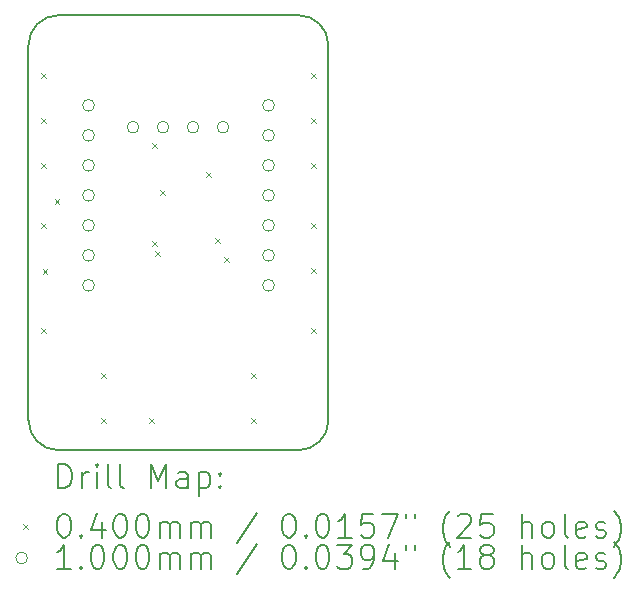
<source format=gbr>
%TF.GenerationSoftware,KiCad,Pcbnew,7.0.5*%
%TF.CreationDate,2023-12-03T19:55:01+09:00*%
%TF.ProjectId,Misawa_DistanceSensor,4d697361-7761-45f4-9469-7374616e6365,v1.0*%
%TF.SameCoordinates,Original*%
%TF.FileFunction,Drillmap*%
%TF.FilePolarity,Positive*%
%FSLAX45Y45*%
G04 Gerber Fmt 4.5, Leading zero omitted, Abs format (unit mm)*
G04 Created by KiCad (PCBNEW 7.0.5) date 2023-12-03 19:55:01*
%MOMM*%
%LPD*%
G01*
G04 APERTURE LIST*
%ADD10C,0.150000*%
%ADD11C,0.200000*%
%ADD12C,0.040000*%
%ADD13C,0.100000*%
G04 APERTURE END LIST*
D10*
X12686000Y-13300000D02*
G75*
G03*
X12940000Y-13046000I0J254000D01*
G01*
X10654000Y-9617000D02*
G75*
G03*
X10400000Y-9871000I0J-254000D01*
G01*
X10654000Y-13300000D02*
X12686000Y-13300000D01*
X10400000Y-13046000D02*
G75*
G03*
X10654000Y-13300000I254000J0D01*
G01*
X12940000Y-13046000D02*
X12939826Y-9871000D01*
X12939826Y-9871000D02*
G75*
G03*
X12686000Y-9617174I-253826J0D01*
G01*
X12686000Y-9617174D02*
X10654000Y-9617000D01*
X10400000Y-9871000D02*
X10400000Y-13046000D01*
D11*
D12*
X10507000Y-10105000D02*
X10547000Y-10145000D01*
X10547000Y-10105000D02*
X10507000Y-10145000D01*
X10507000Y-10486000D02*
X10547000Y-10526000D01*
X10547000Y-10486000D02*
X10507000Y-10526000D01*
X10507000Y-10867000D02*
X10547000Y-10907000D01*
X10547000Y-10867000D02*
X10507000Y-10907000D01*
X10507000Y-11375000D02*
X10547000Y-11415000D01*
X10547000Y-11375000D02*
X10507000Y-11415000D01*
X10507000Y-12264000D02*
X10547000Y-12304000D01*
X10547000Y-12264000D02*
X10507000Y-12304000D01*
X10519700Y-11768700D02*
X10559700Y-11808700D01*
X10559700Y-11768700D02*
X10519700Y-11808700D01*
X10621300Y-11171800D02*
X10661300Y-11211800D01*
X10661300Y-11171800D02*
X10621300Y-11211800D01*
X11015000Y-12645000D02*
X11055000Y-12685000D01*
X11055000Y-12645000D02*
X11015000Y-12685000D01*
X11015000Y-13026000D02*
X11055000Y-13066000D01*
X11055000Y-13026000D02*
X11015000Y-13066000D01*
X11421400Y-13025700D02*
X11461400Y-13065700D01*
X11461400Y-13025700D02*
X11421400Y-13065700D01*
X11446800Y-10701900D02*
X11486800Y-10741900D01*
X11486800Y-10701900D02*
X11446800Y-10741900D01*
X11446800Y-11527400D02*
X11486800Y-11567400D01*
X11486800Y-11527400D02*
X11446800Y-11567400D01*
X11472200Y-11616300D02*
X11512200Y-11656300D01*
X11512200Y-11616300D02*
X11472200Y-11656300D01*
X11514750Y-11095600D02*
X11554750Y-11135600D01*
X11554750Y-11095600D02*
X11514750Y-11135600D01*
X11904000Y-10943200D02*
X11944000Y-10983200D01*
X11944000Y-10943200D02*
X11904000Y-10983200D01*
X11980200Y-11502000D02*
X12020200Y-11542000D01*
X12020200Y-11502000D02*
X11980200Y-11542000D01*
X12056400Y-11667100D02*
X12096400Y-11707100D01*
X12096400Y-11667100D02*
X12056400Y-11707100D01*
X12285000Y-12645000D02*
X12325000Y-12685000D01*
X12325000Y-12645000D02*
X12285000Y-12685000D01*
X12285000Y-13026000D02*
X12325000Y-13066000D01*
X12325000Y-13026000D02*
X12285000Y-13066000D01*
X12793000Y-10105000D02*
X12833000Y-10145000D01*
X12833000Y-10105000D02*
X12793000Y-10145000D01*
X12793000Y-10486000D02*
X12833000Y-10526000D01*
X12833000Y-10486000D02*
X12793000Y-10526000D01*
X12793000Y-10867000D02*
X12833000Y-10907000D01*
X12833000Y-10867000D02*
X12793000Y-10907000D01*
X12793000Y-11375000D02*
X12833000Y-11415000D01*
X12833000Y-11375000D02*
X12793000Y-11415000D01*
X12793000Y-11756000D02*
X12833000Y-11796000D01*
X12833000Y-11756000D02*
X12793000Y-11796000D01*
X12793000Y-12264000D02*
X12833000Y-12304000D01*
X12833000Y-12264000D02*
X12793000Y-12304000D01*
D13*
X10958000Y-10379000D02*
G75*
G03*
X10958000Y-10379000I-50000J0D01*
G01*
X10958000Y-10633000D02*
G75*
G03*
X10958000Y-10633000I-50000J0D01*
G01*
X10958000Y-10887000D02*
G75*
G03*
X10958000Y-10887000I-50000J0D01*
G01*
X10958000Y-11141000D02*
G75*
G03*
X10958000Y-11141000I-50000J0D01*
G01*
X10958000Y-11395000D02*
G75*
G03*
X10958000Y-11395000I-50000J0D01*
G01*
X10958000Y-11649000D02*
G75*
G03*
X10958000Y-11649000I-50000J0D01*
G01*
X10958000Y-11903000D02*
G75*
G03*
X10958000Y-11903000I-50000J0D01*
G01*
X11335000Y-10565000D02*
G75*
G03*
X11335000Y-10565000I-50000J0D01*
G01*
X11589000Y-10565000D02*
G75*
G03*
X11589000Y-10565000I-50000J0D01*
G01*
X11843000Y-10565000D02*
G75*
G03*
X11843000Y-10565000I-50000J0D01*
G01*
X12097000Y-10565000D02*
G75*
G03*
X12097000Y-10565000I-50000J0D01*
G01*
X12482000Y-10379000D02*
G75*
G03*
X12482000Y-10379000I-50000J0D01*
G01*
X12482000Y-10633000D02*
G75*
G03*
X12482000Y-10633000I-50000J0D01*
G01*
X12482000Y-10887000D02*
G75*
G03*
X12482000Y-10887000I-50000J0D01*
G01*
X12482000Y-11141000D02*
G75*
G03*
X12482000Y-11141000I-50000J0D01*
G01*
X12482000Y-11395000D02*
G75*
G03*
X12482000Y-11395000I-50000J0D01*
G01*
X12482000Y-11649000D02*
G75*
G03*
X12482000Y-11649000I-50000J0D01*
G01*
X12482000Y-11903000D02*
G75*
G03*
X12482000Y-11903000I-50000J0D01*
G01*
D11*
X10653277Y-13618984D02*
X10653277Y-13418984D01*
X10653277Y-13418984D02*
X10700896Y-13418984D01*
X10700896Y-13418984D02*
X10729467Y-13428508D01*
X10729467Y-13428508D02*
X10748515Y-13447555D01*
X10748515Y-13447555D02*
X10758039Y-13466603D01*
X10758039Y-13466603D02*
X10767563Y-13504698D01*
X10767563Y-13504698D02*
X10767563Y-13533269D01*
X10767563Y-13533269D02*
X10758039Y-13571365D01*
X10758039Y-13571365D02*
X10748515Y-13590412D01*
X10748515Y-13590412D02*
X10729467Y-13609460D01*
X10729467Y-13609460D02*
X10700896Y-13618984D01*
X10700896Y-13618984D02*
X10653277Y-13618984D01*
X10853277Y-13618984D02*
X10853277Y-13485650D01*
X10853277Y-13523746D02*
X10862801Y-13504698D01*
X10862801Y-13504698D02*
X10872324Y-13495174D01*
X10872324Y-13495174D02*
X10891372Y-13485650D01*
X10891372Y-13485650D02*
X10910420Y-13485650D01*
X10977086Y-13618984D02*
X10977086Y-13485650D01*
X10977086Y-13418984D02*
X10967563Y-13428508D01*
X10967563Y-13428508D02*
X10977086Y-13438031D01*
X10977086Y-13438031D02*
X10986610Y-13428508D01*
X10986610Y-13428508D02*
X10977086Y-13418984D01*
X10977086Y-13418984D02*
X10977086Y-13438031D01*
X11100896Y-13618984D02*
X11081848Y-13609460D01*
X11081848Y-13609460D02*
X11072324Y-13590412D01*
X11072324Y-13590412D02*
X11072324Y-13418984D01*
X11205658Y-13618984D02*
X11186610Y-13609460D01*
X11186610Y-13609460D02*
X11177086Y-13590412D01*
X11177086Y-13590412D02*
X11177086Y-13418984D01*
X11434229Y-13618984D02*
X11434229Y-13418984D01*
X11434229Y-13418984D02*
X11500896Y-13561841D01*
X11500896Y-13561841D02*
X11567562Y-13418984D01*
X11567562Y-13418984D02*
X11567562Y-13618984D01*
X11748515Y-13618984D02*
X11748515Y-13514222D01*
X11748515Y-13514222D02*
X11738991Y-13495174D01*
X11738991Y-13495174D02*
X11719943Y-13485650D01*
X11719943Y-13485650D02*
X11681848Y-13485650D01*
X11681848Y-13485650D02*
X11662801Y-13495174D01*
X11748515Y-13609460D02*
X11729467Y-13618984D01*
X11729467Y-13618984D02*
X11681848Y-13618984D01*
X11681848Y-13618984D02*
X11662801Y-13609460D01*
X11662801Y-13609460D02*
X11653277Y-13590412D01*
X11653277Y-13590412D02*
X11653277Y-13571365D01*
X11653277Y-13571365D02*
X11662801Y-13552317D01*
X11662801Y-13552317D02*
X11681848Y-13542793D01*
X11681848Y-13542793D02*
X11729467Y-13542793D01*
X11729467Y-13542793D02*
X11748515Y-13533269D01*
X11843753Y-13485650D02*
X11843753Y-13685650D01*
X11843753Y-13495174D02*
X11862801Y-13485650D01*
X11862801Y-13485650D02*
X11900896Y-13485650D01*
X11900896Y-13485650D02*
X11919943Y-13495174D01*
X11919943Y-13495174D02*
X11929467Y-13504698D01*
X11929467Y-13504698D02*
X11938991Y-13523746D01*
X11938991Y-13523746D02*
X11938991Y-13580888D01*
X11938991Y-13580888D02*
X11929467Y-13599936D01*
X11929467Y-13599936D02*
X11919943Y-13609460D01*
X11919943Y-13609460D02*
X11900896Y-13618984D01*
X11900896Y-13618984D02*
X11862801Y-13618984D01*
X11862801Y-13618984D02*
X11843753Y-13609460D01*
X12024705Y-13599936D02*
X12034229Y-13609460D01*
X12034229Y-13609460D02*
X12024705Y-13618984D01*
X12024705Y-13618984D02*
X12015182Y-13609460D01*
X12015182Y-13609460D02*
X12024705Y-13599936D01*
X12024705Y-13599936D02*
X12024705Y-13618984D01*
X12024705Y-13495174D02*
X12034229Y-13504698D01*
X12034229Y-13504698D02*
X12024705Y-13514222D01*
X12024705Y-13514222D02*
X12015182Y-13504698D01*
X12015182Y-13504698D02*
X12024705Y-13495174D01*
X12024705Y-13495174D02*
X12024705Y-13514222D01*
D12*
X10352500Y-13927500D02*
X10392500Y-13967500D01*
X10392500Y-13927500D02*
X10352500Y-13967500D01*
D11*
X10691372Y-13838984D02*
X10710420Y-13838984D01*
X10710420Y-13838984D02*
X10729467Y-13848508D01*
X10729467Y-13848508D02*
X10738991Y-13858031D01*
X10738991Y-13858031D02*
X10748515Y-13877079D01*
X10748515Y-13877079D02*
X10758039Y-13915174D01*
X10758039Y-13915174D02*
X10758039Y-13962793D01*
X10758039Y-13962793D02*
X10748515Y-14000888D01*
X10748515Y-14000888D02*
X10738991Y-14019936D01*
X10738991Y-14019936D02*
X10729467Y-14029460D01*
X10729467Y-14029460D02*
X10710420Y-14038984D01*
X10710420Y-14038984D02*
X10691372Y-14038984D01*
X10691372Y-14038984D02*
X10672324Y-14029460D01*
X10672324Y-14029460D02*
X10662801Y-14019936D01*
X10662801Y-14019936D02*
X10653277Y-14000888D01*
X10653277Y-14000888D02*
X10643753Y-13962793D01*
X10643753Y-13962793D02*
X10643753Y-13915174D01*
X10643753Y-13915174D02*
X10653277Y-13877079D01*
X10653277Y-13877079D02*
X10662801Y-13858031D01*
X10662801Y-13858031D02*
X10672324Y-13848508D01*
X10672324Y-13848508D02*
X10691372Y-13838984D01*
X10843753Y-14019936D02*
X10853277Y-14029460D01*
X10853277Y-14029460D02*
X10843753Y-14038984D01*
X10843753Y-14038984D02*
X10834229Y-14029460D01*
X10834229Y-14029460D02*
X10843753Y-14019936D01*
X10843753Y-14019936D02*
X10843753Y-14038984D01*
X11024705Y-13905650D02*
X11024705Y-14038984D01*
X10977086Y-13829460D02*
X10929467Y-13972317D01*
X10929467Y-13972317D02*
X11053277Y-13972317D01*
X11167563Y-13838984D02*
X11186610Y-13838984D01*
X11186610Y-13838984D02*
X11205658Y-13848508D01*
X11205658Y-13848508D02*
X11215182Y-13858031D01*
X11215182Y-13858031D02*
X11224705Y-13877079D01*
X11224705Y-13877079D02*
X11234229Y-13915174D01*
X11234229Y-13915174D02*
X11234229Y-13962793D01*
X11234229Y-13962793D02*
X11224705Y-14000888D01*
X11224705Y-14000888D02*
X11215182Y-14019936D01*
X11215182Y-14019936D02*
X11205658Y-14029460D01*
X11205658Y-14029460D02*
X11186610Y-14038984D01*
X11186610Y-14038984D02*
X11167563Y-14038984D01*
X11167563Y-14038984D02*
X11148515Y-14029460D01*
X11148515Y-14029460D02*
X11138991Y-14019936D01*
X11138991Y-14019936D02*
X11129467Y-14000888D01*
X11129467Y-14000888D02*
X11119944Y-13962793D01*
X11119944Y-13962793D02*
X11119944Y-13915174D01*
X11119944Y-13915174D02*
X11129467Y-13877079D01*
X11129467Y-13877079D02*
X11138991Y-13858031D01*
X11138991Y-13858031D02*
X11148515Y-13848508D01*
X11148515Y-13848508D02*
X11167563Y-13838984D01*
X11358039Y-13838984D02*
X11377086Y-13838984D01*
X11377086Y-13838984D02*
X11396134Y-13848508D01*
X11396134Y-13848508D02*
X11405658Y-13858031D01*
X11405658Y-13858031D02*
X11415182Y-13877079D01*
X11415182Y-13877079D02*
X11424705Y-13915174D01*
X11424705Y-13915174D02*
X11424705Y-13962793D01*
X11424705Y-13962793D02*
X11415182Y-14000888D01*
X11415182Y-14000888D02*
X11405658Y-14019936D01*
X11405658Y-14019936D02*
X11396134Y-14029460D01*
X11396134Y-14029460D02*
X11377086Y-14038984D01*
X11377086Y-14038984D02*
X11358039Y-14038984D01*
X11358039Y-14038984D02*
X11338991Y-14029460D01*
X11338991Y-14029460D02*
X11329467Y-14019936D01*
X11329467Y-14019936D02*
X11319943Y-14000888D01*
X11319943Y-14000888D02*
X11310420Y-13962793D01*
X11310420Y-13962793D02*
X11310420Y-13915174D01*
X11310420Y-13915174D02*
X11319943Y-13877079D01*
X11319943Y-13877079D02*
X11329467Y-13858031D01*
X11329467Y-13858031D02*
X11338991Y-13848508D01*
X11338991Y-13848508D02*
X11358039Y-13838984D01*
X11510420Y-14038984D02*
X11510420Y-13905650D01*
X11510420Y-13924698D02*
X11519943Y-13915174D01*
X11519943Y-13915174D02*
X11538991Y-13905650D01*
X11538991Y-13905650D02*
X11567563Y-13905650D01*
X11567563Y-13905650D02*
X11586610Y-13915174D01*
X11586610Y-13915174D02*
X11596134Y-13934222D01*
X11596134Y-13934222D02*
X11596134Y-14038984D01*
X11596134Y-13934222D02*
X11605658Y-13915174D01*
X11605658Y-13915174D02*
X11624705Y-13905650D01*
X11624705Y-13905650D02*
X11653277Y-13905650D01*
X11653277Y-13905650D02*
X11672324Y-13915174D01*
X11672324Y-13915174D02*
X11681848Y-13934222D01*
X11681848Y-13934222D02*
X11681848Y-14038984D01*
X11777086Y-14038984D02*
X11777086Y-13905650D01*
X11777086Y-13924698D02*
X11786610Y-13915174D01*
X11786610Y-13915174D02*
X11805658Y-13905650D01*
X11805658Y-13905650D02*
X11834229Y-13905650D01*
X11834229Y-13905650D02*
X11853277Y-13915174D01*
X11853277Y-13915174D02*
X11862801Y-13934222D01*
X11862801Y-13934222D02*
X11862801Y-14038984D01*
X11862801Y-13934222D02*
X11872324Y-13915174D01*
X11872324Y-13915174D02*
X11891372Y-13905650D01*
X11891372Y-13905650D02*
X11919943Y-13905650D01*
X11919943Y-13905650D02*
X11938991Y-13915174D01*
X11938991Y-13915174D02*
X11948515Y-13934222D01*
X11948515Y-13934222D02*
X11948515Y-14038984D01*
X12338991Y-13829460D02*
X12167563Y-14086603D01*
X12596134Y-13838984D02*
X12615182Y-13838984D01*
X12615182Y-13838984D02*
X12634229Y-13848508D01*
X12634229Y-13848508D02*
X12643753Y-13858031D01*
X12643753Y-13858031D02*
X12653277Y-13877079D01*
X12653277Y-13877079D02*
X12662801Y-13915174D01*
X12662801Y-13915174D02*
X12662801Y-13962793D01*
X12662801Y-13962793D02*
X12653277Y-14000888D01*
X12653277Y-14000888D02*
X12643753Y-14019936D01*
X12643753Y-14019936D02*
X12634229Y-14029460D01*
X12634229Y-14029460D02*
X12615182Y-14038984D01*
X12615182Y-14038984D02*
X12596134Y-14038984D01*
X12596134Y-14038984D02*
X12577086Y-14029460D01*
X12577086Y-14029460D02*
X12567563Y-14019936D01*
X12567563Y-14019936D02*
X12558039Y-14000888D01*
X12558039Y-14000888D02*
X12548515Y-13962793D01*
X12548515Y-13962793D02*
X12548515Y-13915174D01*
X12548515Y-13915174D02*
X12558039Y-13877079D01*
X12558039Y-13877079D02*
X12567563Y-13858031D01*
X12567563Y-13858031D02*
X12577086Y-13848508D01*
X12577086Y-13848508D02*
X12596134Y-13838984D01*
X12748515Y-14019936D02*
X12758039Y-14029460D01*
X12758039Y-14029460D02*
X12748515Y-14038984D01*
X12748515Y-14038984D02*
X12738991Y-14029460D01*
X12738991Y-14029460D02*
X12748515Y-14019936D01*
X12748515Y-14019936D02*
X12748515Y-14038984D01*
X12881848Y-13838984D02*
X12900896Y-13838984D01*
X12900896Y-13838984D02*
X12919944Y-13848508D01*
X12919944Y-13848508D02*
X12929467Y-13858031D01*
X12929467Y-13858031D02*
X12938991Y-13877079D01*
X12938991Y-13877079D02*
X12948515Y-13915174D01*
X12948515Y-13915174D02*
X12948515Y-13962793D01*
X12948515Y-13962793D02*
X12938991Y-14000888D01*
X12938991Y-14000888D02*
X12929467Y-14019936D01*
X12929467Y-14019936D02*
X12919944Y-14029460D01*
X12919944Y-14029460D02*
X12900896Y-14038984D01*
X12900896Y-14038984D02*
X12881848Y-14038984D01*
X12881848Y-14038984D02*
X12862801Y-14029460D01*
X12862801Y-14029460D02*
X12853277Y-14019936D01*
X12853277Y-14019936D02*
X12843753Y-14000888D01*
X12843753Y-14000888D02*
X12834229Y-13962793D01*
X12834229Y-13962793D02*
X12834229Y-13915174D01*
X12834229Y-13915174D02*
X12843753Y-13877079D01*
X12843753Y-13877079D02*
X12853277Y-13858031D01*
X12853277Y-13858031D02*
X12862801Y-13848508D01*
X12862801Y-13848508D02*
X12881848Y-13838984D01*
X13138991Y-14038984D02*
X13024706Y-14038984D01*
X13081848Y-14038984D02*
X13081848Y-13838984D01*
X13081848Y-13838984D02*
X13062801Y-13867555D01*
X13062801Y-13867555D02*
X13043753Y-13886603D01*
X13043753Y-13886603D02*
X13024706Y-13896127D01*
X13319944Y-13838984D02*
X13224706Y-13838984D01*
X13224706Y-13838984D02*
X13215182Y-13934222D01*
X13215182Y-13934222D02*
X13224706Y-13924698D01*
X13224706Y-13924698D02*
X13243753Y-13915174D01*
X13243753Y-13915174D02*
X13291372Y-13915174D01*
X13291372Y-13915174D02*
X13310420Y-13924698D01*
X13310420Y-13924698D02*
X13319944Y-13934222D01*
X13319944Y-13934222D02*
X13329467Y-13953269D01*
X13329467Y-13953269D02*
X13329467Y-14000888D01*
X13329467Y-14000888D02*
X13319944Y-14019936D01*
X13319944Y-14019936D02*
X13310420Y-14029460D01*
X13310420Y-14029460D02*
X13291372Y-14038984D01*
X13291372Y-14038984D02*
X13243753Y-14038984D01*
X13243753Y-14038984D02*
X13224706Y-14029460D01*
X13224706Y-14029460D02*
X13215182Y-14019936D01*
X13396134Y-13838984D02*
X13529467Y-13838984D01*
X13529467Y-13838984D02*
X13443753Y-14038984D01*
X13596134Y-13838984D02*
X13596134Y-13877079D01*
X13672325Y-13838984D02*
X13672325Y-13877079D01*
X13967563Y-14115174D02*
X13958039Y-14105650D01*
X13958039Y-14105650D02*
X13938991Y-14077079D01*
X13938991Y-14077079D02*
X13929468Y-14058031D01*
X13929468Y-14058031D02*
X13919944Y-14029460D01*
X13919944Y-14029460D02*
X13910420Y-13981841D01*
X13910420Y-13981841D02*
X13910420Y-13943746D01*
X13910420Y-13943746D02*
X13919944Y-13896127D01*
X13919944Y-13896127D02*
X13929468Y-13867555D01*
X13929468Y-13867555D02*
X13938991Y-13848508D01*
X13938991Y-13848508D02*
X13958039Y-13819936D01*
X13958039Y-13819936D02*
X13967563Y-13810412D01*
X14034229Y-13858031D02*
X14043753Y-13848508D01*
X14043753Y-13848508D02*
X14062801Y-13838984D01*
X14062801Y-13838984D02*
X14110420Y-13838984D01*
X14110420Y-13838984D02*
X14129468Y-13848508D01*
X14129468Y-13848508D02*
X14138991Y-13858031D01*
X14138991Y-13858031D02*
X14148515Y-13877079D01*
X14148515Y-13877079D02*
X14148515Y-13896127D01*
X14148515Y-13896127D02*
X14138991Y-13924698D01*
X14138991Y-13924698D02*
X14024706Y-14038984D01*
X14024706Y-14038984D02*
X14148515Y-14038984D01*
X14329468Y-13838984D02*
X14234229Y-13838984D01*
X14234229Y-13838984D02*
X14224706Y-13934222D01*
X14224706Y-13934222D02*
X14234229Y-13924698D01*
X14234229Y-13924698D02*
X14253277Y-13915174D01*
X14253277Y-13915174D02*
X14300896Y-13915174D01*
X14300896Y-13915174D02*
X14319944Y-13924698D01*
X14319944Y-13924698D02*
X14329468Y-13934222D01*
X14329468Y-13934222D02*
X14338991Y-13953269D01*
X14338991Y-13953269D02*
X14338991Y-14000888D01*
X14338991Y-14000888D02*
X14329468Y-14019936D01*
X14329468Y-14019936D02*
X14319944Y-14029460D01*
X14319944Y-14029460D02*
X14300896Y-14038984D01*
X14300896Y-14038984D02*
X14253277Y-14038984D01*
X14253277Y-14038984D02*
X14234229Y-14029460D01*
X14234229Y-14029460D02*
X14224706Y-14019936D01*
X14577087Y-14038984D02*
X14577087Y-13838984D01*
X14662801Y-14038984D02*
X14662801Y-13934222D01*
X14662801Y-13934222D02*
X14653277Y-13915174D01*
X14653277Y-13915174D02*
X14634230Y-13905650D01*
X14634230Y-13905650D02*
X14605658Y-13905650D01*
X14605658Y-13905650D02*
X14586610Y-13915174D01*
X14586610Y-13915174D02*
X14577087Y-13924698D01*
X14786610Y-14038984D02*
X14767563Y-14029460D01*
X14767563Y-14029460D02*
X14758039Y-14019936D01*
X14758039Y-14019936D02*
X14748515Y-14000888D01*
X14748515Y-14000888D02*
X14748515Y-13943746D01*
X14748515Y-13943746D02*
X14758039Y-13924698D01*
X14758039Y-13924698D02*
X14767563Y-13915174D01*
X14767563Y-13915174D02*
X14786610Y-13905650D01*
X14786610Y-13905650D02*
X14815182Y-13905650D01*
X14815182Y-13905650D02*
X14834230Y-13915174D01*
X14834230Y-13915174D02*
X14843753Y-13924698D01*
X14843753Y-13924698D02*
X14853277Y-13943746D01*
X14853277Y-13943746D02*
X14853277Y-14000888D01*
X14853277Y-14000888D02*
X14843753Y-14019936D01*
X14843753Y-14019936D02*
X14834230Y-14029460D01*
X14834230Y-14029460D02*
X14815182Y-14038984D01*
X14815182Y-14038984D02*
X14786610Y-14038984D01*
X14967563Y-14038984D02*
X14948515Y-14029460D01*
X14948515Y-14029460D02*
X14938991Y-14010412D01*
X14938991Y-14010412D02*
X14938991Y-13838984D01*
X15119944Y-14029460D02*
X15100896Y-14038984D01*
X15100896Y-14038984D02*
X15062801Y-14038984D01*
X15062801Y-14038984D02*
X15043753Y-14029460D01*
X15043753Y-14029460D02*
X15034230Y-14010412D01*
X15034230Y-14010412D02*
X15034230Y-13934222D01*
X15034230Y-13934222D02*
X15043753Y-13915174D01*
X15043753Y-13915174D02*
X15062801Y-13905650D01*
X15062801Y-13905650D02*
X15100896Y-13905650D01*
X15100896Y-13905650D02*
X15119944Y-13915174D01*
X15119944Y-13915174D02*
X15129468Y-13934222D01*
X15129468Y-13934222D02*
X15129468Y-13953269D01*
X15129468Y-13953269D02*
X15034230Y-13972317D01*
X15205658Y-14029460D02*
X15224706Y-14038984D01*
X15224706Y-14038984D02*
X15262801Y-14038984D01*
X15262801Y-14038984D02*
X15281849Y-14029460D01*
X15281849Y-14029460D02*
X15291372Y-14010412D01*
X15291372Y-14010412D02*
X15291372Y-14000888D01*
X15291372Y-14000888D02*
X15281849Y-13981841D01*
X15281849Y-13981841D02*
X15262801Y-13972317D01*
X15262801Y-13972317D02*
X15234230Y-13972317D01*
X15234230Y-13972317D02*
X15215182Y-13962793D01*
X15215182Y-13962793D02*
X15205658Y-13943746D01*
X15205658Y-13943746D02*
X15205658Y-13934222D01*
X15205658Y-13934222D02*
X15215182Y-13915174D01*
X15215182Y-13915174D02*
X15234230Y-13905650D01*
X15234230Y-13905650D02*
X15262801Y-13905650D01*
X15262801Y-13905650D02*
X15281849Y-13915174D01*
X15358039Y-14115174D02*
X15367563Y-14105650D01*
X15367563Y-14105650D02*
X15386611Y-14077079D01*
X15386611Y-14077079D02*
X15396134Y-14058031D01*
X15396134Y-14058031D02*
X15405658Y-14029460D01*
X15405658Y-14029460D02*
X15415182Y-13981841D01*
X15415182Y-13981841D02*
X15415182Y-13943746D01*
X15415182Y-13943746D02*
X15405658Y-13896127D01*
X15405658Y-13896127D02*
X15396134Y-13867555D01*
X15396134Y-13867555D02*
X15386611Y-13848508D01*
X15386611Y-13848508D02*
X15367563Y-13819936D01*
X15367563Y-13819936D02*
X15358039Y-13810412D01*
D13*
X10392500Y-14211500D02*
G75*
G03*
X10392500Y-14211500I-50000J0D01*
G01*
D11*
X10758039Y-14302984D02*
X10643753Y-14302984D01*
X10700896Y-14302984D02*
X10700896Y-14102984D01*
X10700896Y-14102984D02*
X10681848Y-14131555D01*
X10681848Y-14131555D02*
X10662801Y-14150603D01*
X10662801Y-14150603D02*
X10643753Y-14160127D01*
X10843753Y-14283936D02*
X10853277Y-14293460D01*
X10853277Y-14293460D02*
X10843753Y-14302984D01*
X10843753Y-14302984D02*
X10834229Y-14293460D01*
X10834229Y-14293460D02*
X10843753Y-14283936D01*
X10843753Y-14283936D02*
X10843753Y-14302984D01*
X10977086Y-14102984D02*
X10996134Y-14102984D01*
X10996134Y-14102984D02*
X11015182Y-14112508D01*
X11015182Y-14112508D02*
X11024705Y-14122031D01*
X11024705Y-14122031D02*
X11034229Y-14141079D01*
X11034229Y-14141079D02*
X11043753Y-14179174D01*
X11043753Y-14179174D02*
X11043753Y-14226793D01*
X11043753Y-14226793D02*
X11034229Y-14264888D01*
X11034229Y-14264888D02*
X11024705Y-14283936D01*
X11024705Y-14283936D02*
X11015182Y-14293460D01*
X11015182Y-14293460D02*
X10996134Y-14302984D01*
X10996134Y-14302984D02*
X10977086Y-14302984D01*
X10977086Y-14302984D02*
X10958039Y-14293460D01*
X10958039Y-14293460D02*
X10948515Y-14283936D01*
X10948515Y-14283936D02*
X10938991Y-14264888D01*
X10938991Y-14264888D02*
X10929467Y-14226793D01*
X10929467Y-14226793D02*
X10929467Y-14179174D01*
X10929467Y-14179174D02*
X10938991Y-14141079D01*
X10938991Y-14141079D02*
X10948515Y-14122031D01*
X10948515Y-14122031D02*
X10958039Y-14112508D01*
X10958039Y-14112508D02*
X10977086Y-14102984D01*
X11167563Y-14102984D02*
X11186610Y-14102984D01*
X11186610Y-14102984D02*
X11205658Y-14112508D01*
X11205658Y-14112508D02*
X11215182Y-14122031D01*
X11215182Y-14122031D02*
X11224705Y-14141079D01*
X11224705Y-14141079D02*
X11234229Y-14179174D01*
X11234229Y-14179174D02*
X11234229Y-14226793D01*
X11234229Y-14226793D02*
X11224705Y-14264888D01*
X11224705Y-14264888D02*
X11215182Y-14283936D01*
X11215182Y-14283936D02*
X11205658Y-14293460D01*
X11205658Y-14293460D02*
X11186610Y-14302984D01*
X11186610Y-14302984D02*
X11167563Y-14302984D01*
X11167563Y-14302984D02*
X11148515Y-14293460D01*
X11148515Y-14293460D02*
X11138991Y-14283936D01*
X11138991Y-14283936D02*
X11129467Y-14264888D01*
X11129467Y-14264888D02*
X11119944Y-14226793D01*
X11119944Y-14226793D02*
X11119944Y-14179174D01*
X11119944Y-14179174D02*
X11129467Y-14141079D01*
X11129467Y-14141079D02*
X11138991Y-14122031D01*
X11138991Y-14122031D02*
X11148515Y-14112508D01*
X11148515Y-14112508D02*
X11167563Y-14102984D01*
X11358039Y-14102984D02*
X11377086Y-14102984D01*
X11377086Y-14102984D02*
X11396134Y-14112508D01*
X11396134Y-14112508D02*
X11405658Y-14122031D01*
X11405658Y-14122031D02*
X11415182Y-14141079D01*
X11415182Y-14141079D02*
X11424705Y-14179174D01*
X11424705Y-14179174D02*
X11424705Y-14226793D01*
X11424705Y-14226793D02*
X11415182Y-14264888D01*
X11415182Y-14264888D02*
X11405658Y-14283936D01*
X11405658Y-14283936D02*
X11396134Y-14293460D01*
X11396134Y-14293460D02*
X11377086Y-14302984D01*
X11377086Y-14302984D02*
X11358039Y-14302984D01*
X11358039Y-14302984D02*
X11338991Y-14293460D01*
X11338991Y-14293460D02*
X11329467Y-14283936D01*
X11329467Y-14283936D02*
X11319943Y-14264888D01*
X11319943Y-14264888D02*
X11310420Y-14226793D01*
X11310420Y-14226793D02*
X11310420Y-14179174D01*
X11310420Y-14179174D02*
X11319943Y-14141079D01*
X11319943Y-14141079D02*
X11329467Y-14122031D01*
X11329467Y-14122031D02*
X11338991Y-14112508D01*
X11338991Y-14112508D02*
X11358039Y-14102984D01*
X11510420Y-14302984D02*
X11510420Y-14169650D01*
X11510420Y-14188698D02*
X11519943Y-14179174D01*
X11519943Y-14179174D02*
X11538991Y-14169650D01*
X11538991Y-14169650D02*
X11567563Y-14169650D01*
X11567563Y-14169650D02*
X11586610Y-14179174D01*
X11586610Y-14179174D02*
X11596134Y-14198222D01*
X11596134Y-14198222D02*
X11596134Y-14302984D01*
X11596134Y-14198222D02*
X11605658Y-14179174D01*
X11605658Y-14179174D02*
X11624705Y-14169650D01*
X11624705Y-14169650D02*
X11653277Y-14169650D01*
X11653277Y-14169650D02*
X11672324Y-14179174D01*
X11672324Y-14179174D02*
X11681848Y-14198222D01*
X11681848Y-14198222D02*
X11681848Y-14302984D01*
X11777086Y-14302984D02*
X11777086Y-14169650D01*
X11777086Y-14188698D02*
X11786610Y-14179174D01*
X11786610Y-14179174D02*
X11805658Y-14169650D01*
X11805658Y-14169650D02*
X11834229Y-14169650D01*
X11834229Y-14169650D02*
X11853277Y-14179174D01*
X11853277Y-14179174D02*
X11862801Y-14198222D01*
X11862801Y-14198222D02*
X11862801Y-14302984D01*
X11862801Y-14198222D02*
X11872324Y-14179174D01*
X11872324Y-14179174D02*
X11891372Y-14169650D01*
X11891372Y-14169650D02*
X11919943Y-14169650D01*
X11919943Y-14169650D02*
X11938991Y-14179174D01*
X11938991Y-14179174D02*
X11948515Y-14198222D01*
X11948515Y-14198222D02*
X11948515Y-14302984D01*
X12338991Y-14093460D02*
X12167563Y-14350603D01*
X12596134Y-14102984D02*
X12615182Y-14102984D01*
X12615182Y-14102984D02*
X12634229Y-14112508D01*
X12634229Y-14112508D02*
X12643753Y-14122031D01*
X12643753Y-14122031D02*
X12653277Y-14141079D01*
X12653277Y-14141079D02*
X12662801Y-14179174D01*
X12662801Y-14179174D02*
X12662801Y-14226793D01*
X12662801Y-14226793D02*
X12653277Y-14264888D01*
X12653277Y-14264888D02*
X12643753Y-14283936D01*
X12643753Y-14283936D02*
X12634229Y-14293460D01*
X12634229Y-14293460D02*
X12615182Y-14302984D01*
X12615182Y-14302984D02*
X12596134Y-14302984D01*
X12596134Y-14302984D02*
X12577086Y-14293460D01*
X12577086Y-14293460D02*
X12567563Y-14283936D01*
X12567563Y-14283936D02*
X12558039Y-14264888D01*
X12558039Y-14264888D02*
X12548515Y-14226793D01*
X12548515Y-14226793D02*
X12548515Y-14179174D01*
X12548515Y-14179174D02*
X12558039Y-14141079D01*
X12558039Y-14141079D02*
X12567563Y-14122031D01*
X12567563Y-14122031D02*
X12577086Y-14112508D01*
X12577086Y-14112508D02*
X12596134Y-14102984D01*
X12748515Y-14283936D02*
X12758039Y-14293460D01*
X12758039Y-14293460D02*
X12748515Y-14302984D01*
X12748515Y-14302984D02*
X12738991Y-14293460D01*
X12738991Y-14293460D02*
X12748515Y-14283936D01*
X12748515Y-14283936D02*
X12748515Y-14302984D01*
X12881848Y-14102984D02*
X12900896Y-14102984D01*
X12900896Y-14102984D02*
X12919944Y-14112508D01*
X12919944Y-14112508D02*
X12929467Y-14122031D01*
X12929467Y-14122031D02*
X12938991Y-14141079D01*
X12938991Y-14141079D02*
X12948515Y-14179174D01*
X12948515Y-14179174D02*
X12948515Y-14226793D01*
X12948515Y-14226793D02*
X12938991Y-14264888D01*
X12938991Y-14264888D02*
X12929467Y-14283936D01*
X12929467Y-14283936D02*
X12919944Y-14293460D01*
X12919944Y-14293460D02*
X12900896Y-14302984D01*
X12900896Y-14302984D02*
X12881848Y-14302984D01*
X12881848Y-14302984D02*
X12862801Y-14293460D01*
X12862801Y-14293460D02*
X12853277Y-14283936D01*
X12853277Y-14283936D02*
X12843753Y-14264888D01*
X12843753Y-14264888D02*
X12834229Y-14226793D01*
X12834229Y-14226793D02*
X12834229Y-14179174D01*
X12834229Y-14179174D02*
X12843753Y-14141079D01*
X12843753Y-14141079D02*
X12853277Y-14122031D01*
X12853277Y-14122031D02*
X12862801Y-14112508D01*
X12862801Y-14112508D02*
X12881848Y-14102984D01*
X13015182Y-14102984D02*
X13138991Y-14102984D01*
X13138991Y-14102984D02*
X13072325Y-14179174D01*
X13072325Y-14179174D02*
X13100896Y-14179174D01*
X13100896Y-14179174D02*
X13119944Y-14188698D01*
X13119944Y-14188698D02*
X13129467Y-14198222D01*
X13129467Y-14198222D02*
X13138991Y-14217269D01*
X13138991Y-14217269D02*
X13138991Y-14264888D01*
X13138991Y-14264888D02*
X13129467Y-14283936D01*
X13129467Y-14283936D02*
X13119944Y-14293460D01*
X13119944Y-14293460D02*
X13100896Y-14302984D01*
X13100896Y-14302984D02*
X13043753Y-14302984D01*
X13043753Y-14302984D02*
X13024706Y-14293460D01*
X13024706Y-14293460D02*
X13015182Y-14283936D01*
X13234229Y-14302984D02*
X13272325Y-14302984D01*
X13272325Y-14302984D02*
X13291372Y-14293460D01*
X13291372Y-14293460D02*
X13300896Y-14283936D01*
X13300896Y-14283936D02*
X13319944Y-14255365D01*
X13319944Y-14255365D02*
X13329467Y-14217269D01*
X13329467Y-14217269D02*
X13329467Y-14141079D01*
X13329467Y-14141079D02*
X13319944Y-14122031D01*
X13319944Y-14122031D02*
X13310420Y-14112508D01*
X13310420Y-14112508D02*
X13291372Y-14102984D01*
X13291372Y-14102984D02*
X13253277Y-14102984D01*
X13253277Y-14102984D02*
X13234229Y-14112508D01*
X13234229Y-14112508D02*
X13224706Y-14122031D01*
X13224706Y-14122031D02*
X13215182Y-14141079D01*
X13215182Y-14141079D02*
X13215182Y-14188698D01*
X13215182Y-14188698D02*
X13224706Y-14207746D01*
X13224706Y-14207746D02*
X13234229Y-14217269D01*
X13234229Y-14217269D02*
X13253277Y-14226793D01*
X13253277Y-14226793D02*
X13291372Y-14226793D01*
X13291372Y-14226793D02*
X13310420Y-14217269D01*
X13310420Y-14217269D02*
X13319944Y-14207746D01*
X13319944Y-14207746D02*
X13329467Y-14188698D01*
X13500896Y-14169650D02*
X13500896Y-14302984D01*
X13453277Y-14093460D02*
X13405658Y-14236317D01*
X13405658Y-14236317D02*
X13529467Y-14236317D01*
X13596134Y-14102984D02*
X13596134Y-14141079D01*
X13672325Y-14102984D02*
X13672325Y-14141079D01*
X13967563Y-14379174D02*
X13958039Y-14369650D01*
X13958039Y-14369650D02*
X13938991Y-14341079D01*
X13938991Y-14341079D02*
X13929468Y-14322031D01*
X13929468Y-14322031D02*
X13919944Y-14293460D01*
X13919944Y-14293460D02*
X13910420Y-14245841D01*
X13910420Y-14245841D02*
X13910420Y-14207746D01*
X13910420Y-14207746D02*
X13919944Y-14160127D01*
X13919944Y-14160127D02*
X13929468Y-14131555D01*
X13929468Y-14131555D02*
X13938991Y-14112508D01*
X13938991Y-14112508D02*
X13958039Y-14083936D01*
X13958039Y-14083936D02*
X13967563Y-14074412D01*
X14148515Y-14302984D02*
X14034229Y-14302984D01*
X14091372Y-14302984D02*
X14091372Y-14102984D01*
X14091372Y-14102984D02*
X14072325Y-14131555D01*
X14072325Y-14131555D02*
X14053277Y-14150603D01*
X14053277Y-14150603D02*
X14034229Y-14160127D01*
X14262801Y-14188698D02*
X14243753Y-14179174D01*
X14243753Y-14179174D02*
X14234229Y-14169650D01*
X14234229Y-14169650D02*
X14224706Y-14150603D01*
X14224706Y-14150603D02*
X14224706Y-14141079D01*
X14224706Y-14141079D02*
X14234229Y-14122031D01*
X14234229Y-14122031D02*
X14243753Y-14112508D01*
X14243753Y-14112508D02*
X14262801Y-14102984D01*
X14262801Y-14102984D02*
X14300896Y-14102984D01*
X14300896Y-14102984D02*
X14319944Y-14112508D01*
X14319944Y-14112508D02*
X14329468Y-14122031D01*
X14329468Y-14122031D02*
X14338991Y-14141079D01*
X14338991Y-14141079D02*
X14338991Y-14150603D01*
X14338991Y-14150603D02*
X14329468Y-14169650D01*
X14329468Y-14169650D02*
X14319944Y-14179174D01*
X14319944Y-14179174D02*
X14300896Y-14188698D01*
X14300896Y-14188698D02*
X14262801Y-14188698D01*
X14262801Y-14188698D02*
X14243753Y-14198222D01*
X14243753Y-14198222D02*
X14234229Y-14207746D01*
X14234229Y-14207746D02*
X14224706Y-14226793D01*
X14224706Y-14226793D02*
X14224706Y-14264888D01*
X14224706Y-14264888D02*
X14234229Y-14283936D01*
X14234229Y-14283936D02*
X14243753Y-14293460D01*
X14243753Y-14293460D02*
X14262801Y-14302984D01*
X14262801Y-14302984D02*
X14300896Y-14302984D01*
X14300896Y-14302984D02*
X14319944Y-14293460D01*
X14319944Y-14293460D02*
X14329468Y-14283936D01*
X14329468Y-14283936D02*
X14338991Y-14264888D01*
X14338991Y-14264888D02*
X14338991Y-14226793D01*
X14338991Y-14226793D02*
X14329468Y-14207746D01*
X14329468Y-14207746D02*
X14319944Y-14198222D01*
X14319944Y-14198222D02*
X14300896Y-14188698D01*
X14577087Y-14302984D02*
X14577087Y-14102984D01*
X14662801Y-14302984D02*
X14662801Y-14198222D01*
X14662801Y-14198222D02*
X14653277Y-14179174D01*
X14653277Y-14179174D02*
X14634230Y-14169650D01*
X14634230Y-14169650D02*
X14605658Y-14169650D01*
X14605658Y-14169650D02*
X14586610Y-14179174D01*
X14586610Y-14179174D02*
X14577087Y-14188698D01*
X14786610Y-14302984D02*
X14767563Y-14293460D01*
X14767563Y-14293460D02*
X14758039Y-14283936D01*
X14758039Y-14283936D02*
X14748515Y-14264888D01*
X14748515Y-14264888D02*
X14748515Y-14207746D01*
X14748515Y-14207746D02*
X14758039Y-14188698D01*
X14758039Y-14188698D02*
X14767563Y-14179174D01*
X14767563Y-14179174D02*
X14786610Y-14169650D01*
X14786610Y-14169650D02*
X14815182Y-14169650D01*
X14815182Y-14169650D02*
X14834230Y-14179174D01*
X14834230Y-14179174D02*
X14843753Y-14188698D01*
X14843753Y-14188698D02*
X14853277Y-14207746D01*
X14853277Y-14207746D02*
X14853277Y-14264888D01*
X14853277Y-14264888D02*
X14843753Y-14283936D01*
X14843753Y-14283936D02*
X14834230Y-14293460D01*
X14834230Y-14293460D02*
X14815182Y-14302984D01*
X14815182Y-14302984D02*
X14786610Y-14302984D01*
X14967563Y-14302984D02*
X14948515Y-14293460D01*
X14948515Y-14293460D02*
X14938991Y-14274412D01*
X14938991Y-14274412D02*
X14938991Y-14102984D01*
X15119944Y-14293460D02*
X15100896Y-14302984D01*
X15100896Y-14302984D02*
X15062801Y-14302984D01*
X15062801Y-14302984D02*
X15043753Y-14293460D01*
X15043753Y-14293460D02*
X15034230Y-14274412D01*
X15034230Y-14274412D02*
X15034230Y-14198222D01*
X15034230Y-14198222D02*
X15043753Y-14179174D01*
X15043753Y-14179174D02*
X15062801Y-14169650D01*
X15062801Y-14169650D02*
X15100896Y-14169650D01*
X15100896Y-14169650D02*
X15119944Y-14179174D01*
X15119944Y-14179174D02*
X15129468Y-14198222D01*
X15129468Y-14198222D02*
X15129468Y-14217269D01*
X15129468Y-14217269D02*
X15034230Y-14236317D01*
X15205658Y-14293460D02*
X15224706Y-14302984D01*
X15224706Y-14302984D02*
X15262801Y-14302984D01*
X15262801Y-14302984D02*
X15281849Y-14293460D01*
X15281849Y-14293460D02*
X15291372Y-14274412D01*
X15291372Y-14274412D02*
X15291372Y-14264888D01*
X15291372Y-14264888D02*
X15281849Y-14245841D01*
X15281849Y-14245841D02*
X15262801Y-14236317D01*
X15262801Y-14236317D02*
X15234230Y-14236317D01*
X15234230Y-14236317D02*
X15215182Y-14226793D01*
X15215182Y-14226793D02*
X15205658Y-14207746D01*
X15205658Y-14207746D02*
X15205658Y-14198222D01*
X15205658Y-14198222D02*
X15215182Y-14179174D01*
X15215182Y-14179174D02*
X15234230Y-14169650D01*
X15234230Y-14169650D02*
X15262801Y-14169650D01*
X15262801Y-14169650D02*
X15281849Y-14179174D01*
X15358039Y-14379174D02*
X15367563Y-14369650D01*
X15367563Y-14369650D02*
X15386611Y-14341079D01*
X15386611Y-14341079D02*
X15396134Y-14322031D01*
X15396134Y-14322031D02*
X15405658Y-14293460D01*
X15405658Y-14293460D02*
X15415182Y-14245841D01*
X15415182Y-14245841D02*
X15415182Y-14207746D01*
X15415182Y-14207746D02*
X15405658Y-14160127D01*
X15405658Y-14160127D02*
X15396134Y-14131555D01*
X15396134Y-14131555D02*
X15386611Y-14112508D01*
X15386611Y-14112508D02*
X15367563Y-14083936D01*
X15367563Y-14083936D02*
X15358039Y-14074412D01*
M02*

</source>
